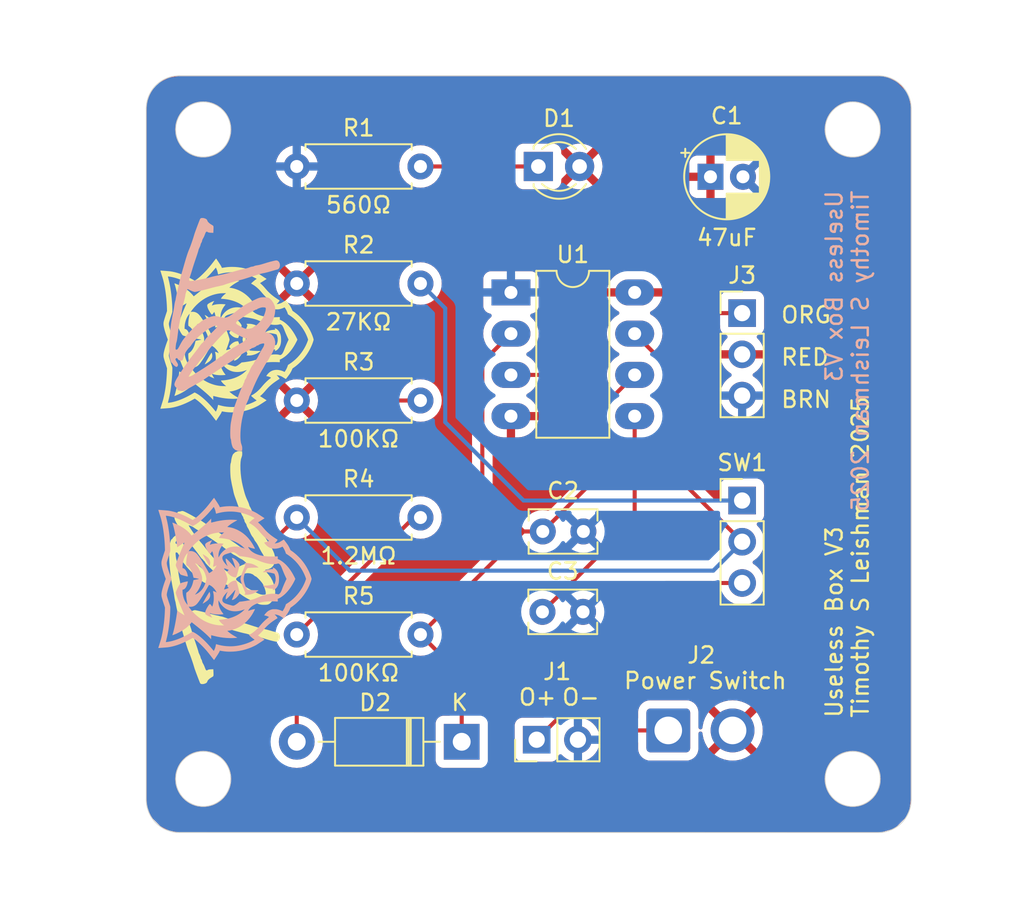
<source format=kicad_pcb>
(kicad_pcb (version 20221018) (generator pcbnew)
  (title_block (title "Useless Box V2") (date "2022-04-11") (rev "2") (company "TNT Electronics") (comment 1 "Timothy S Leishman"))
  (layers (0 "F.Cu" signal) (31 "B.Cu" signal) (34 "B.Paste" user) (35 "F.Paste" user) (36 "B.SilkS" user "B.Silkscreen") (37 "F.SilkS" user "F.Silkscreen") (38 "B.Mask" user) (39 "F.Mask" user) (44 "Edge.Cuts" user))
  (net 0 "")
  (net 1 "/VIN+")
  (net 2 "/GND")
  (net 3 "Net-(R4-Pad2)")
  (net 4 "/B+")
  (net 5 "Net-(D2-K)")
  (net 6 "Net-(U1-CONT)")
  (net 7 "Net-(D1-K)")
  (net 8 "Net-(J3-Pin_1)")
  (net 9 "Net-(SW1-A)")
  (net 10 "Net-(SW1-C)")
  (net 11 "Net-(D2-A)")
  (footprint "Connector_PinHeader_2.54mm:PinHeader_1x02_P2.54mm_Vertical" (layer "F.Cu") (at 148.382 118.745 90)
    (fp_text reference "J1" (at 4.191 1.25941 180) (layer "F.SilkS"))
    (fp_text value "Conn_01x02_Female" hide)
    (pad "1" thru_hole rect (at 0 0 90) (size 1.7 1.7) (drill 1) (layers "*.Cu" "*.Mask") (net 4 "/B+"))
    (pad "2" thru_hole oval (at 0 2.54 90) (size 1.7 1.7) (drill 1) (layers "*.Cu" "*.Mask") (net 2 "/GND"))
  )
  (footprint "Capacitor_THT:C_Rect_L4.0mm_W2.5mm_P2.50mm" (layer "F.Cu") (at 148.737 110.871)
    (fp_text reference "C3" (at 1.25 -2.5) (layer "F.SilkS"))
    (fp_text value "0.022uF")
    (pad "1" thru_hole circle (at 0 0) (size 1.6 1.6) (drill 0.8) (layers "*.Cu" "*.Mask") (net 6 "Net-(U1-CONT)"))
    (pad "2" thru_hole circle (at 2.5 0) (size 1.6 1.6) (drill 0.8) (layers "*.Cu" "*.Mask") (net 2 "/GND"))
  )
  (footprint "Connector_PinHeader_2.54mm:PinHeader_1x03_P2.54mm_Vertical" (layer "F.Cu") (at 161.036 92.471)
    (fp_text reference "J3" (at 0 -2.33) (layer "F.SilkS"))
    (fp_text value "Conn_01x03")
    (pad "1" thru_hole rect (at 0 0) (size 1.7 1.7) (drill 1) (layers "*.Cu" "*.Mask") (net 8 "Net-(J3-Pin_1)"))
    (pad "2" thru_hole oval (at 0 2.54) (size 1.7 1.7) (drill 1) (layers "*.Cu" "*.Mask") (net 1 "/VIN+"))
    (pad "3" thru_hole oval (at 0 5.08) (size 1.7 1.7) (drill 1) (layers "*.Cu" "*.Mask") (net 2 "/GND"))
  )
  (footprint "Capacitor_THT:CP_Radial_D5.0mm_P2.00mm" (layer "F.Cu") (at 159.086 84.074)
    (fp_text reference "C1" (at 1 -3.75) (layer "F.SilkS"))
    (fp_text value "47uF" (at 1 3.75) (layer "F.SilkS"))
    (pad "1" thru_hole rect (at 0 0) (size 1.6 1.6) (drill 0.8) (layers "*.Cu" "*.Mask") (net 1 "/VIN+"))
    (pad "2" thru_hole circle (at 2 0) (size 1.6 1.6) (drill 0.8) (layers "*.Cu" "*.Mask") (net 2 "/GND"))
  )
  (footprint "TSL_Logos:TSLsmall" (layer "F.Cu") (at 129.159 108.077 90)
    (fp_text reference "REF**" hide)
    (fp_text value "TSLsmall")
  )
  (footprint "Capacitor_THT:C_Rect_L4.0mm_W2.5mm_P2.50mm" (layer "F.Cu") (at 148.757 105.918)
    (fp_text reference "C2" (at 1.25 -2.5) (layer "F.SilkS"))
    (fp_text value "0.022uF")
    (pad "1" thru_hole circle (at 0 0) (size 1.6 1.6) (drill 0.8) (layers "*.Cu" "*.Mask") (net 5 "Net-(D2-K)"))
    (pad "2" thru_hole circle (at 2.5 0) (size 1.6 1.6) (drill 0.8) (layers "*.Cu" "*.Mask") (net 2 "/GND"))
  )
  (footprint "Resistor_THT:R_Axial_DIN0207_L6.3mm_D2.5mm_P7.62mm_Horizontal" (layer "F.Cu") (at 133.604 97.8535)
    (fp_text reference "R3" (at 3.81 -2.37) (layer "F.SilkS"))
    (fp_text value "100KΩ" (at 3.81 2.37) (layer "F.SilkS"))
    (pad "1" thru_hole circle (at 0 0) (size 1.6 1.6) (drill 0.8) (layers "*.Cu" "*.Mask") (net 1 "/VIN+"))
    (pad "2" thru_hole oval (at 7.62 0) (size 1.6 1.6) (drill 0.8) (layers "*.Cu" "*.Mask") (net 10 "Net-(SW1-C)"))
  )
  (footprint "Package_DIP:DIP-8_W7.62mm_LongPads" (layer "F.Cu") (at 146.797 91.196)
    (fp_text reference "U1" (at 3.81 -2.33) (layer "F.SilkS"))
    (fp_text value "LM555CN_NOPB")
    (pad "1" thru_hole rect (at 0 0) (size 2.4 1.6) (drill 0.8) (layers "*.Cu" "*.Mask") (net 2 "/GND"))
    (pad "2" thru_hole oval (at 0 2.54) (size 2.4 1.6) (drill 0.8) (layers "*.Cu" "*.Mask") (net 5 "Net-(D2-K)"))
    (pad "3" thru_hole oval (at 0 5.08) (size 2.4 1.6) (drill 0.8) (layers "*.Cu" "*.Mask") (net 8 "Net-(J3-Pin_1)"))
    (pad "4" thru_hole oval (at 0 7.62) (size 2.4 1.6) (drill 0.8) (layers "*.Cu" "*.Mask") (net 1 "/VIN+"))
    (pad "5" thru_hole oval (at 7.62 7.62) (size 2.4 1.6) (drill 0.8) (layers "*.Cu" "*.Mask") (net 6 "Net-(U1-CONT)"))
    (pad "6" thru_hole oval (at 7.62 5.08) (size 2.4 1.6) (drill 0.8) (layers "*.Cu" "*.Mask") (net 5 "Net-(D2-K)"))
    (pad "7" thru_hole oval (at 7.62 2.54) (size 2.4 1.6) (drill 0.8) (layers "*.Cu" "*.Mask") (net 11 "Net-(D2-A)"))
    (pad "8" thru_hole oval (at 7.62 0) (size 2.4 1.6) (drill 0.8) (layers "*.Cu" "*.Mask") (net 1 "/VIN+"))
  )
  (footprint "Resistor_THT:R_Axial_DIN0207_L6.3mm_D2.5mm_P7.62mm_Horizontal" (layer "F.Cu") (at 133.604 105.06075)
    (fp_text reference "R4" (at 3.81 -2.37) (layer "F.SilkS"))
    (fp_text value "1.2MΩ" (at 3.81 2.37) (layer "F.SilkS"))
    (pad "1" thru_hole circle (at 0 0) (size 1.6 1.6) (drill 0.8) (layers "*.Cu" "*.Mask") (net 11 "Net-(D2-A)"))
    (pad "2" thru_hole oval (at 7.62 0) (size 1.6 1.6) (drill 0.8) (layers "*.Cu" "*.Mask") (net 3 "Net-(R4-Pad2)"))
  )
  (footprint "TSL_Logos:BennySmall" (layer "F.Cu") (at 129.921 94.107 90)
    (fp_text reference "REF**" hide)
    (fp_text value "BennySmall")
  )
  (footprint "Connector_JST:JST_VH_B2P-VH-FB-B_1x02_P3.96mm_Vertical" (layer "F.Cu") (at 156.486 118.1735)
    (fp_text reference "J2" (at 2.032 -4.6355) (layer "F.SilkS"))
    (fp_text value "Switch")
    (pad "1" thru_hole roundrect (at 0 0) (size 2.7 2.7) (drill 1.7) (layers "*.Cu" "*.Mask") (roundrect_rratio 0.092593) (net 4 "/B+"))
    (pad "2" thru_hole circle (at 3.96 0) (size 2.7 2.7) (drill 1.7) (layers "*.Cu" "*.Mask") (net 1 "/VIN+"))
  )
  (footprint "Diode_THT:D_DO-41_SOD81_P10.16mm_Horizontal" (layer "F.Cu") (at 143.764 118.872 180)
    (fp_text reference "D2" (at 5.334 2.413) (layer "F.SilkS"))
    (fp_text value "D_Small_ALT" hide)
    (fp_text user "K" (at 0.127 2.413) (layer "F.SilkS"))
    (pad "1" thru_hole rect (at 0 0 180) (size 2.2 2.2) (drill 1.1) (layers "*.Cu" "*.Mask") (net 5 "Net-(D2-K)"))
    (pad "2" thru_hole oval (at 10.16 0 180) (size 2.2 2.2) (drill 1.1) (layers "*.Cu" "*.Mask") (net 11 "Net-(D2-A)"))
  )
  (footprint "Resistor_THT:R_Axial_DIN0207_L6.3mm_D2.5mm_P7.62mm_Horizontal" (layer "F.Cu") (at 133.604 112.268)
    (fp_text reference "R5" (at 3.81 -2.37) (layer "F.SilkS"))
    (fp_text value "100KΩ" (at 3.81 2.37) (layer "F.SilkS"))
    (pad "1" thru_hole circle (at 0 0) (size 1.6 1.6) (drill 0.8) (layers "*.Cu" "*.Mask") (net 3 "Net-(R4-Pad2)"))
    (pad "2" thru_hole oval (at 7.62 0) (size 1.6 1.6) (drill 0.8) (layers "*.Cu" "*.Mask") (net 5 "Net-(D2-K)"))
  )
  (footprint "Resistor_THT:R_Axial_DIN0207_L6.3mm_D2.5mm_P7.62mm_Horizontal" (layer "F.Cu") (at 133.604 90.64625)
    (fp_text reference "R2" (at 3.81 -2.37) (layer "F.SilkS"))
    (fp_text value "27KΩ" (at 3.81 2.37) (layer "F.SilkS"))
    (pad "1" thru_hole circle (at 0 0) (size 1.6 1.6) (drill 0.8) (layers "*.Cu" "*.Mask") (net 1 "/VIN+"))
    (pad "2" thru_hole oval (at 7.62 0) (size 1.6 1.6) (drill 0.8) (layers "*.Cu" "*.Mask") (net 9 "Net-(SW1-A)"))
  )
  (footprint "LED_THT:LED_D3.0mm" (layer "F.Cu") (at 148.485112 83.439)
    (fp_text reference "D1" (at 1.27 -2.96) (layer "F.SilkS"))
    (fp_text value "LED_GRN")
    (pad "1" thru_hole rect (at 0 0) (size 1.8 1.8) (drill 0.9) (layers "*.Cu" "*.Mask") (net 7 "Net-(D1-K)"))
    (pad "2" thru_hole circle (at 2.54 0) (size 1.8 1.8) (drill 0.9) (layers "*.Cu" "*.Mask") (net 1 "/VIN+"))
  )
  (footprint "Connector_PinHeader_2.54mm:PinHeader_1x03_P2.54mm_Vertical" (layer "F.Cu") (at 161.036 104.013)
    (fp_text reference "SW1" (at 0 -2.33) (layer "F.SilkS"))
    (fp_text value "SW_SPDT")
    (pad "1" thru_hole rect (at 0 0) (size 1.7 1.7) (drill 1) (layers "*.Cu" "*.Mask") (net 9 "Net-(SW1-A)"))
    (pad "2" thru_hole oval (at 0 2.54) (size 1.7 1.7) (drill 1) (layers "*.Cu" "*.Mask") (net 11 "Net-(D2-A)"))
    (pad "3" thru_hole oval (at 0 5.08) (size 1.7 1.7) (drill 1) (layers "*.Cu" "*.Mask") (net 10 "Net-(SW1-C)"))
  )
  (footprint "Resistor_THT:R_Axial_DIN0207_L6.3mm_D2.5mm_P7.62mm_Horizontal" (layer "F.Cu") (at 141.224 83.439 180)
    (fp_text reference "R1" (at 3.81 2.37) (layer "F.SilkS"))
    (fp_text value "560Ω" (at 3.81 -2.37) (layer "F.SilkS"))
    (pad "1" thru_hole circle (at 0 0 180) (size 1.6 1.6) (drill 0.8) (layers "*.Cu" "*.Mask") (net 7 "Net-(D1-K)"))
    (pad "2" thru_hole oval (at 7.62 0 180) (size 1.6 1.6) (drill 0.8) (layers "*.Cu" "*.Mask") (net 2 "/GND"))
  )
  (footprint "TSL_Logos:BennySmall" (layer "B.Cu") (at 129.794 108.839 -90)
    (fp_text reference "REF**" hide)
    (fp_text value "BennySmall")
  )
  (footprint "TSL_Logos:TSLsmall" (layer "B.Cu") (at 129.159 93.853 -90)
    (fp_text reference "REF**" hide)
    (fp_text value "TSLsmall")
  )
  (gr_arc (start 124.333 79.883) (mid 124.928159 78.446159) (end 126.365 77.851) (stroke (width 0.05)) (layer "Edge.Cuts"))
  (gr_arc (start 169.418 77.851) (mid 170.854841 78.446159) (end 171.45 79.883) (stroke (width 0.05)) (layer "Edge.Cuts"))
  (gr_arc (start 171.45 122.431964) (mid 170.854841 123.868805) (end 169.418 124.463964) (stroke (width 0.05)) (layer "Edge.Cuts"))
  (gr_circle (center 127.84359 81.158) (end 129.54 81.158) (stroke (width 0.05)) (fill none) (layer "Edge.Cuts"))
  (gr_circle (center 127.84359 121.158) (end 129.54 121.158) (stroke (width 0.05)) (fill none) (layer "Edge.Cuts"))
  (gr_circle (center 167.84359 121.158) (end 169.54 121.158) (stroke (width 0.05)) (fill none) (layer "Edge.Cuts"))
  (gr_line (start 124.333 79.883) (end 124.333 122.428) (stroke (width 0.05)) (layer "Edge.Cuts"))
  (gr_line (start 171.45 79.883) (end 171.45 122.431964) (stroke (width 0.05)) (layer "Edge.Cuts"))
  (gr_line (start 169.418 124.463964) (end 126.365 124.46) (stroke (width 0.05)) (layer "Edge.Cuts"))
  (gr_line (start 126.365 77.851) (end 169.418 77.851) (stroke (width 0.05)) (layer "Edge.Cuts"))
  (gr_circle (center 167.84359 81.158) (end 169.54 81.158) (stroke (width 0.05)) (fill none) (layer "Edge.Cuts"))
  (gr_arc (start 126.365 124.46) (mid 124.928159 123.864841) (end 124.333 122.428) (stroke (width 0.05)) (layer "Edge.Cuts"))
  (gr_text "Useless Box V3\nTimothy S Leishman 2025" (at 167.513 84.836 90) (layer "B.SilkS") (effects (font (size 1 1)) (justify left mirror)))
  (gr_text "RED" (at 164.901572 95.1865) (layer "F.SilkS") (effects (font (size 1 1))))
  (gr_text "ORG" (at 164.973 92.583) (layer "F.SilkS") (effects (font (size 1 1))))
  (gr_text "BRN" (at 164.973 97.79) (layer "F.SilkS") (effects (font (size 1 1))))
  (gr_text "O-" (at 149.86 116.713) (layer "F.SilkS") (effects (font (size 1 1)) (justify left bottom)))
  (gr_text "O+" (at 147.193 116.713) (layer "F.SilkS") (effects (font (size 1 1)) (justify left bottom)))
  (gr_text "Useless Box V3\nTimothy S Leishman 2025" (at 167.513 117.475 90) (layer "F.SilkS") (effects (font (size 1 1)) (justify left)))
  (gr_text "Power Switch" (at 153.67 115.697) (layer "F.SilkS") (effects (font (size 1 1)) (justify left bottom)))
  (segment (start 140.81125 105.06075) (end 141.224 105.06075) (width 0.25) (layer "F.Cu") (net 3))
  (segment (start 133.604 112.268) (end 140.81125 105.06075) (width 0.25) (layer "F.Cu") (net 3))
  (segment (start 156.486 118.1735) (end 154.1145 118.1735) (width 0.25) (layer "F.Cu") (net 4))
  (segment (start 148.382 118.745) (end 151.049 116.078) (width 0.25) (layer "F.Cu") (net 4))
  (segment (start 154.1145 118.1735) (end 152.019 116.078) (width 0.25) (layer "F.Cu") (net 4))
  (segment (start 151.049 116.078) (end 152.019 116.078) (width 0.25) (layer "F.Cu") (net 4))
  (segment (start 143.764 114.808) (end 141.224 112.268) (width 0.25) (layer "F.Cu") (net 5))
  (segment (start 147.574 105.918) (end 148.757 105.918) (width 0.25) (layer "F.Cu") (net 5))
  (segment (start 143.764 118.872) (end 143.764 114.808) (width 0.25) (layer "F.Cu") (net 5))
  (segment (start 141.224 112.268) (end 147.574 105.918) (width 0.25) (layer "F.Cu") (net 5))
  (segment (start 148.757 105.918) (end 152.273 102.402) (width 0.25) (layer "F.Cu") (net 5))
  (segment (start 146.797 93.736) (end 145.034 95.499) (width 0.25) (layer "F.Cu") (net 5))
  (segment (start 152.273 98.42) (end 154.417 96.276) (width 0.25) (layer "F.Cu") (net 5))
  (segment (start 145.034 95.499) (end 145.034 103.378) (width 0.25) (layer "F.Cu") (net 5))
  (segment (start 145.034 103.378) (end 147.574 105.918) (width 0.25) (layer "F.Cu") (net 5))
  (segment (start 152.273 102.402) (end 152.273 98.42) (width 0.25) (layer "F.Cu") (net 5))
  (segment (start 148.737 110.871) (end 154.417 105.191) (width 0.25) (layer "F.Cu") (net 6))
  (segment (start 154.417 105.191) (end 154.417 98.816) (width 0.25) (layer "F.Cu") (net 6))
  (segment (start 141.224 83.439) (end 148.485112 83.439) (width 0.25) (layer "F.Cu") (net 7))
  (segment (start 155.448 89.154) (end 151.511 89.154) (width 0.25) (layer "F.Cu") (net 8))
  (segment (start 148.961 96.276) (end 146.797 96.276) (width 0.25) (layer "F.Cu") (net 8))
  (segment (start 158.765 92.471) (end 155.448 89.154) (width 0.25) (layer "F.Cu") (net 8))
  (segment (start 150.114 90.551) (end 150.114 95.123) (width 0.25) (layer "F.Cu") (net 8))
  (segment (start 150.114 95.123) (end 148.961 96.276) (width 0.25) (layer "F.Cu") (net 8))
  (segment (start 151.511 89.154) (end 150.114 90.551) (width 0.25) (layer "F.Cu") (net 8))
  (segment (start 161.036 92.471) (end 158.765 92.471) (width 0.25) (layer "F.Cu") (net 8))
  (segment (start 147.574 104.013) (end 142.748 99.187) (width 0.25) (layer "B.Cu") (net 9))
  (segment (start 142.748 99.187) (end 142.748 92.17025) (width 0.25) (layer "B.Cu") (net 9))
  (segment (start 142.748 92.17025) (end 141.224 90.64625) (width 0.25) (layer "B.Cu") (net 9))
  (segment (start 161.036 104.013) (end 147.574 104.013) (width 0.25) (layer "B.Cu") (net 9))
  (segment (start 156.337 109.093) (end 150.368 115.062) (width 0.25) (layer "F.Cu") (net 10))
  (segment (start 133.223 121.666) (end 130.937 119.38) (width 0.25) (layer "F.Cu") (net 10))
  (segment (start 144.907 121.666) (end 133.223 121.666) (width 0.25) (layer "F.Cu") (net 10))
  (segment (start 130.937 119.38) (end 130.937 104.14) (width 0.25) (layer "F.Cu") (net 10))
  (segment (start 147.701 115.062) (end 145.669 117.094) (width 0.25) (layer "F.Cu") (net 10))
  (segment (start 150.368 115.062) (end 147.701 115.062) (width 0.25) (layer "F.Cu") (net 10))
  (segment (start 137.2235 97.8535) (end 141.224 97.8535) (width 0.25) (layer "F.Cu") (net 10))
  (segment (start 145.669 120.904) (end 144.907 121.666) (width 0.25) (layer "F.Cu") (net 10))
  (segment (start 130.937 104.14) (end 137.2235 97.8535) (width 0.25) (layer "F.Cu") (net 10))
  (segment (start 161.036 109.093) (end 156.337 109.093) (width 0.25) (layer "F.Cu") (net 10))
  (segment (start 145.669 117.094) (end 145.669 120.904) (width 0.25) (layer "F.Cu") (net 10))
  (segment (start 133.604 115.951) (end 131.572 113.919) (width 0.25) (layer "F.Cu") (net 11))
  (segment (start 156.972 102.489) (end 156.972 96.291) (width 0.25) (layer "F.Cu") (net 11))
  (segment (start 131.572 113.919) (end 131.572 107.09275) (width 0.25) (layer "F.Cu") (net 11))
  (segment (start 156.972 96.291) (end 154.417 93.736) (width 0.25) (layer "F.Cu") (net 11))
  (segment (start 133.604 118.872) (end 133.604 115.951) (width 0.25) (layer "F.Cu") (net 11))
  (segment (start 161.036 106.553) (end 156.972 102.489) (width 0.25) (layer "F.Cu") (net 11))
  (segment (start 131.572 107.09275) (end 133.604 105.06075) (width 0.25) (layer "F.Cu") (net 11))
  (segment (start 136.87425 108.331) (end 133.604 105.06075) (width 0.25) (layer "B.Cu") (net 11))
  (segment (start 161.036 106.553) (end 159.258 108.331) (width 0.25) (layer "B.Cu") (net 11))
  (segment (start 159.258 108.331) (end 136.87425 108.331) (width 0.25) (layer "B.Cu") (net 11))
  (zone (net 1) (net_name "/VIN+") (layer "F.Cu") (connect_pads (clearance 0.508)) (min_thickness 0.254) (fill yes (thermal_gap 0.508) (thermal_bridge_width 0.508))
    (polygon (pts (xy 124.333 79.756) (xy 124.333 122.555) (xy 124.587 123.444) (xy 125.349 124.206) (xy 126.238 124.46) (xy 169.545 124.46) (xy 170.434 124.206) (xy 171.069 123.571) (xy 171.323 123.063) (xy 171.45 122.428) (xy 171.45 79.629) (xy 171.196 78.994) (xy 170.815 78.359) (xy 170.18 77.978) (xy 169.418 77.851) (xy 126.238 77.851) (xy 125.603 77.978) (xy 125.222 78.232) (xy 124.968 78.486) (xy 124.587 78.867) (xy 124.46 79.121) (xy 124.333 79.629)))
  )
  (zone (net 2) (net_name "/GND") (layer "B.Cu") (connect_pads (clearance 0.508)) (min_thickness 0.254) (fill yes (thermal_gap 0.508) (thermal_bridge_width 0.508))
    (polygon (pts (xy 124.333 79.883) (xy 124.333 122.301) (xy 124.333 122.555) (xy 124.333 122.682) (xy 124.46 123.19) (xy 124.714 123.571) (xy 125.222 124.079) (xy 125.73 124.333) (xy 126.365 124.46) (xy 169.418 124.46) (xy 169.545 124.46) (xy 170.434 124.206) (xy 171.069 123.571) (xy 171.323 123.19) (xy 171.45 122.174) (xy 171.45 120.65) (xy 171.45 108.585) (xy 171.45 79.883) (xy 171.323 79.248) (xy 171.196 78.867) (xy 170.561 78.232) (xy 170.053 77.978) (xy 169.545 77.851) (xy 126.492 77.851) (xy 125.73 77.978) (xy 125.222 78.232) (xy 124.841 78.486) (xy 124.587 78.867) (xy 124.46 79.121) (xy 124.333 79.502) (xy 124.333 79.629)))
  )
)
</source>
